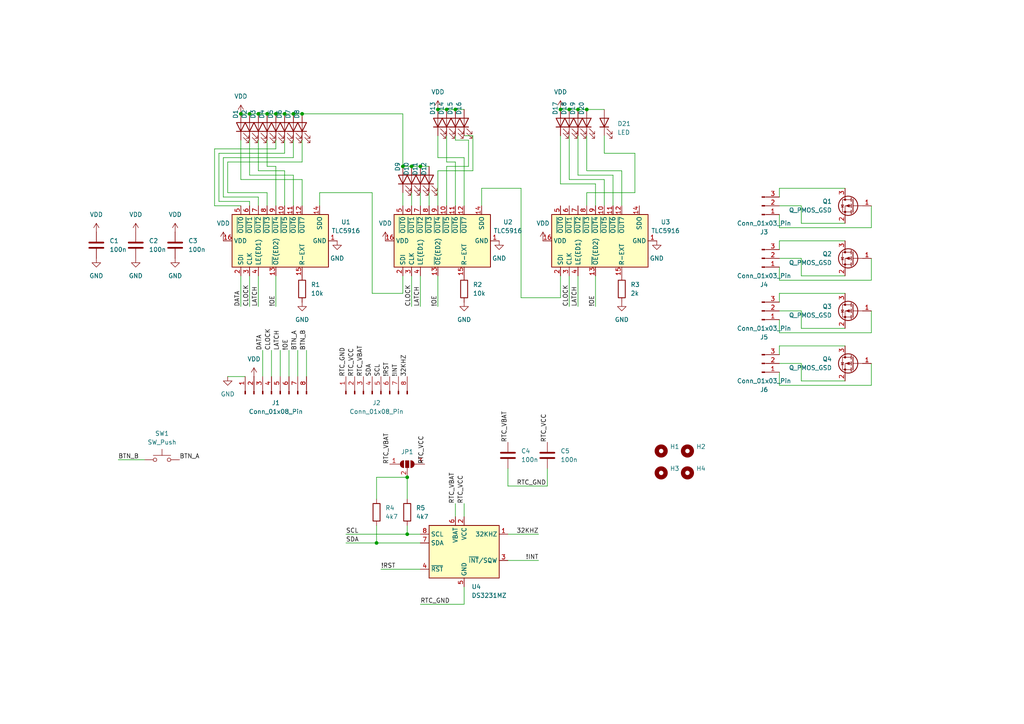
<source format=kicad_sch>
(kicad_sch (version 20250114) (generator "eeschema") (generator_version "9.0")
  (paper "A4")
  (lib_symbols
    (symbol "Connector:Conn_01x03_Pin" (pin_names (offset 1.016) (hide yes))
      (property "Reference" "J" (at 0 5.08 0))
      (property "Value" "Conn_01x03_Pin" (at 0 -5.08 0))
      (symbol "Conn_01x03_Pin_1_1"
        (rectangle (start 0.8636 2.667) (end 0 2.413) (stroke (width 0.1524)) (fill (type outline)))
        (rectangle (start 0.8636 0.127) (end 0 -0.127) (stroke (width 0.1524)) (fill (type outline)))
        (rectangle (start 0.8636 -2.413) (end 0 -2.667) (stroke (width 0.1524)) (fill (type outline)))
        (polyline (pts (xy 1.27 2.54) (xy 0.8636 2.54)) (stroke (width 0.1524)))
        (polyline (pts (xy 1.27 0) (xy 0.8636 0)) (stroke (width 0.1524)))
        (polyline (pts (xy 1.27 -2.54) (xy 0.8636 -2.54)) (stroke (width 0.1524)))
        (pin passive line (at 5.08 2.54 180) (length 3.81) (name "Pin_1") (number "1"))
        (pin passive line (at 5.08 0 180) (length 3.81) (name "Pin_2") (number "2"))
        (pin passive line (at 5.08 -2.54 180) (length 3.81) (name "Pin_3") (number "3"))
      )
    )
    (symbol "Connector:Conn_01x08_Pin" (pin_names (offset 1.016) (hide yes))
      (property "Reference" "J" (at 0 10.16 0))
      (property "Value" "Conn_01x08_Pin" (at 0 -12.7 0))
      (symbol "Conn_01x08_Pin_1_1"
        (rectangle (start 0.8636 7.747) (end 0 7.493) (stroke (width 0.1524)) (fill (type outline)))
        (rectangle (start 0.8636 5.207) (end 0 4.953) (stroke (width 0.1524)) (fill (type outline)))
        (rectangle (start 0.8636 2.667) (end 0 2.413) (stroke (width 0.1524)) (fill (type outline)))
        (rectangle (start 0.8636 0.127) (end 0 -0.127) (stroke (width 0.1524)) (fill (type outline)))
        (rectangle (start 0.8636 -2.413) (end 0 -2.667) (stroke (width 0.1524)) (fill (type outline)))
        (rectangle (start 0.8636 -4.953) (end 0 -5.207) (stroke (width 0.1524)) (fill (type outline)))
        (rectangle (start 0.8636 -7.493) (end 0 -7.747) (stroke (width 0.1524)) (fill (type outline)))
        (rectangle (start 0.8636 -10.033) (end 0 -10.287) (stroke (width 0.1524)) (fill (type outline)))
        (polyline (pts (xy 1.27 7.62) (xy 0.8636 7.62)) (stroke (width 0.1524)))
        (polyline (pts (xy 1.27 5.08) (xy 0.8636 5.08)) (stroke (width 0.1524)))
        (polyline (pts (xy 1.27 2.54) (xy 0.8636 2.54)) (stroke (width 0.1524)))
        (polyline (pts (xy 1.27 0) (xy 0.8636 0)) (stroke (width 0.1524)))
        (polyline (pts (xy 1.27 -2.54) (xy 0.8636 -2.54)) (stroke (width 0.1524)))
        (polyline (pts (xy 1.27 -5.08) (xy 0.8636 -5.08)) (stroke (width 0.1524)))
        (polyline (pts (xy 1.27 -7.62) (xy 0.8636 -7.62)) (stroke (width 0.1524)))
        (polyline (pts (xy 1.27 -10.16) (xy 0.8636 -10.16)) (stroke (width 0.1524)))
        (pin passive line (at 5.08 7.62 180) (length 3.81) (name "Pin_1") (number "1"))
        (pin passive line (at 5.08 5.08 180) (length 3.81) (name "Pin_2") (number "2"))
        (pin passive line (at 5.08 2.54 180) (length 3.81) (name "Pin_3") (number "3"))
        (pin passive line (at 5.08 0 180) (length 3.81) (name "Pin_4") (number "4"))
        (pin passive line (at 5.08 -2.54 180) (length 3.81) (name "Pin_5") (number "5"))
        (pin passive line (at 5.08 -5.08 180) (length 3.81) (name "Pin_6") (number "6"))
        (pin passive line (at 5.08 -7.62 180) (length 3.81) (name "Pin_7") (number "7"))
        (pin passive line (at 5.08 -10.16 180) (length 3.81) (name "Pin_8") (number "8"))
      )
    )
    (symbol "Device:C" (pin_numbers (hide yes)) (pin_names (offset 0.254))
      (property "Reference" "C" (at 0.635 2.54 0))
      (property "Value" "C" (at 0.635 -2.54 0))
      (symbol "C_0_1"
        (polyline (pts (xy -2.032 0.762) (xy 2.032 0.762)) (stroke (width 0.508)))
        (polyline (pts (xy -2.032 -0.762) (xy 2.032 -0.762)) (stroke (width 0.508)))
      )
      (symbol "C_1_1"
        (pin passive line (at 0 3.81 270) (length 2.794) (name "~") (number "1"))
        (pin passive line (at 0 -3.81 90) (length 2.794) (name "~") (number "2"))
      )
    )
    (symbol "Device:LED" (pin_numbers (hide yes)) (pin_names (offset 1.016) (hide yes))
      (property "Reference" "D" (at 0 2.54 0))
      (property "Value" "LED" (at 0 -2.54 0))
      (symbol "LED_0_1"
        (polyline (pts (xy -3.048 -0.762) (xy -4.572 -2.286) (xy -3.81 -2.286) (xy -4.572 -2.286) (xy -4.572 -1.524)))
        (polyline (pts (xy -1.778 -0.762) (xy -3.302 -2.286) (xy -2.54 -2.286) (xy -3.302 -2.286) (xy -3.302 -1.524)))
        (polyline (pts (xy -1.27 0) (xy 1.27 0)))
        (polyline (pts (xy -1.27 -1.27) (xy -1.27 1.27)) (stroke (width 0.254)))
        (polyline (pts (xy 1.27 -1.27) (xy 1.27 1.27) (xy -1.27 0) (xy 1.27 -1.27)) (stroke (width 0.254)))
      )
      (symbol "LED_1_1"
        (pin passive line (at -3.81 0 0) (length 2.54) (name "K") (number "1"))
        (pin passive line (at 3.81 0 180) (length 2.54) (name "A") (number "2"))
      )
    )
    (symbol "Device:R" (pin_numbers (hide yes)) (pin_names (offset 0))
      (property "Reference" "R" (at 2.032 0 90))
      (property "Value" "R" (at 0 0 90))
      (symbol "R_0_1"
        (rectangle (start -1.016 -2.54) (end 1.016 2.54) (stroke (width 0.254)))
      )
      (symbol "R_1_1"
        (pin passive line (at 0 3.81 270) (length 1.27) (name "~") (number "1"))
        (pin passive line (at 0 -3.81 90) (length 1.27) (name "~") (number "2"))
      )
    )
    (symbol "Driver_LED:TLC5916"
      (property "Reference" "U" (at -7.62 13.97 0))
      (property "Value" "TLC5916" (at -7.62 -16.51 0))
      (symbol "TLC5916_1_0"
        (pin input line (at -10.16 10.16 0) (length 2.54) (name "SDI") (number "2"))
        (pin input line (at -10.16 7.62 0) (length 2.54) (name "CLK") (number "3"))
        (pin passive line (at -10.16 5.08 0) (length 2.54) (name "LE(ED1)") (number "4"))
        (pin passive line (at -10.16 0 0) (length 2.54) (name "~{OE}(ED2)") (number "13"))
        (pin input line (at -10.16 -7.62 0) (length 2.54) (name "R-EXT") (number "15"))
        (pin power_in line (at 0 15.24 270) (length 2.54) (name "VDD") (number "16"))
        (pin power_in line (at 0 -17.78 90) (length 2.54) (name "GND") (number "1"))
        (pin open_collector line (at 10.16 10.16 180) (length 2.54) (name "~{OUT0}") (number "5"))
        (pin open_collector line (at 10.16 7.62 180) (length 2.54) (name "~{OUT1}") (number "6"))
        (pin open_collector line (at 10.16 5.08 180) (length 2.54) (name "~{OUT2}") (number "7"))
        (pin open_collector line (at 10.16 2.54 180) (length 2.54) (name "~{OUT3}") (number "8"))
        (pin open_collector line (at 10.16 0 180) (length 2.54) (name "~{OUT4}") (number "9"))
        (pin open_collector line (at 10.16 -2.54 180) (length 2.54) (name "~{OUT5}") (number "10"))
        (pin open_collector line (at 10.16 -5.08 180) (length 2.54) (name "~{OUT6}") (number "11"))
        (pin open_collector line (at 10.16 -7.62 180) (length 2.54) (name "~{OUT7}") (number "12"))
        (pin output line (at 10.16 -12.7 180) (length 2.54) (name "SDO") (number "14"))
      )
      (symbol "TLC5916_1_1"
        (rectangle (start -7.62 12.7) (end 7.62 -15.24) (stroke (width 0.254)) (fill (type background)))
      )
    )
    (symbol "Jumper:SolderJumper_3_Open" (pin_names (offset 0) (hide yes)) (in_bom no)
      (property "Reference" "JP" (at -2.54 -2.54 0))
      (property "Value" "SolderJumper_3_Open" (at 0 2.794 0))
      (symbol "SolderJumper_3_Open_0_1"
        (polyline (pts (xy -2.54 0) (xy -2.032 0)))
        (polyline (pts (xy -1.016 1.016) (xy -1.016 -1.016)))
        (arc (start -1.016 -1.016) (mid -2.0276 0) (end -1.016 1.016))
        (arc (start -1.016 -1.016) (mid -2.0276 0) (end -1.016 1.016) (fill (type outline)))
        (rectangle (start -0.508 1.016) (end 0.508 -1.016) (fill (type outline)))
        (polyline (pts (xy 0 -1.27) (xy 0 -1.016)))
        (arc (start 1.016 1.016) (mid 2.0276 0) (end 1.016 -1.016))
        (arc (start 1.016 1.016) (mid 2.0276 0) (end 1.016 -1.016) (fill (type outline)))
        (polyline (pts (xy 1.016 1.016) (xy 1.016 -1.016)))
        (polyline (pts (xy 2.54 0) (xy 2.032 0)))
      )
      (symbol "SolderJumper_3_Open_1_1"
        (pin passive line (at -5.08 0 0) (length 2.54) (name "A") (number "1"))
        (pin passive line (at 0 -3.81 90) (length 2.54) (name "C") (number "2"))
        (pin passive line (at 5.08 0 180) (length 2.54) (name "B") (number "3"))
      )
    )
    (symbol "Mechanical:MountingHole" (pin_names (offset 1.016)) (in_bom no)
      (property "Reference" "H" (at 0 5.08 0))
      (property "Value" "MountingHole" (at 0 3.175 0))
      (symbol "MountingHole_0_1"
        (circle (center 0 0) (radius 1.27) (stroke (width 1.27)))
      )
    )
    (symbol "Switch:SW_Push" (pin_numbers (hide yes)) (pin_names (offset 1.016) (hide yes))
      (property "Reference" "SW" (at 1.27 2.54 0))
      (property "Value" "SW_Push" (at 0 -1.524 0))
      (symbol "SW_Push_0_1"
        (circle (center -2.032 0) (radius 0.508))
        (polyline (pts (xy 0 1.27) (xy 0 3.048)))
        (circle (center 2.032 0) (radius 0.508))
        (polyline (pts (xy 2.54 1.27) (xy -2.54 1.27)))
        (pin passive line (at -5.08 0 0) (length 2.54) (name "1") (number "1"))
        (pin passive line (at 5.08 0 180) (length 2.54) (name "2") (number "2"))
      )
    )
    (symbol "Timer_RTC:DS3231MZ"
      (property "Reference" "U" (at -7.62 8.89 0))
      (property "Value" "DS3231MZ" (at 11.43 8.89 0))
      (symbol "DS3231MZ_0_1"
        (rectangle (start -10.16 7.62) (end 10.16 -7.62) (stroke (width 0.254)) (fill (type background)))
      )
      (symbol "DS3231MZ_1_1"
        (pin input line (at -12.7 5.08 0) (length 2.54) (name "SCL") (number "8"))
        (pin bidirectional line (at -12.7 2.54 0) (length 2.54) (name "SDA") (number "7"))
        (pin bidirectional line (at -12.7 -5.08 0) (length 2.54) (name "~{RST}") (number "4"))
        (pin power_in line (at -2.54 10.16 270) (length 2.54) (name "VBAT") (number "6"))
        (pin power_in line (at 0 10.16 270) (length 2.54) (name "VCC") (number "2"))
        (pin power_in line (at 0 -10.16 90) (length 2.54) (name "GND") (number "5"))
        (pin open_collector line (at 12.7 5.08 180) (length 2.54) (name "32KHZ") (number "1"))
        (pin open_collector line (at 12.7 -2.54 180) (length 2.54) (name "~{INT}/SQW") (number "3"))
      )
    )
    (symbol "Transistor_FET:Q_PMOS_GSD" (pin_names (offset 0) (hide yes))
      (property "Reference" "Q" (at 5.08 1.905 0))
      (property "Value" "Q_PMOS_GSD" (at 5.08 0 0))
      (symbol "Q_PMOS_GSD_0_1"
        (polyline (pts (xy 0.254 1.905) (xy 0.254 -1.905)) (stroke (width 0.254)))
        (polyline (pts (xy 0.254 0) (xy -2.54 0)))
        (polyline (pts (xy 0.762 2.286) (xy 0.762 1.27)) (stroke (width 0.254)))
        (polyline (pts (xy 0.762 1.778) (xy 3.302 1.778) (xy 3.302 -1.778) (xy 0.762 -1.778)))
        (polyline (pts (xy 0.762 0.508) (xy 0.762 -0.508)) (stroke (width 0.254)))
        (polyline (pts (xy 0.762 -1.27) (xy 0.762 -2.286)) (stroke (width 0.254)))
        (circle (center 1.651 0) (radius 2.794) (stroke (width 0.254)))
        (polyline (pts (xy 2.286 0) (xy 1.27 0.381) (xy 1.27 -0.381) (xy 2.286 0)) (fill (type outline)))
        (polyline (pts (xy 2.54 2.54) (xy 2.54 1.778)))
        (circle (center 2.54 1.778) (radius 0.254) (fill (type outline)))
        (circle (center 2.54 -1.778) (radius 0.254) (fill (type outline)))
        (polyline (pts (xy 2.54 -2.54) (xy 2.54 0) (xy 0.762 0)))
        (polyline (pts (xy 2.921 -0.381) (xy 3.683 -0.381)))
        (polyline (pts (xy 3.302 -0.381) (xy 2.921 0.254) (xy 3.683 0.254) (xy 3.302 -0.381)))
      )
      (symbol "Q_PMOS_GSD_1_1"
        (pin input line (at -5.08 0 0) (length 2.54) (name "G") (number "1"))
        (pin passive line (at 2.54 5.08 270) (length 2.54) (name "D") (number "3"))
        (pin passive line (at 2.54 -5.08 90) (length 2.54) (name "S") (number "2"))
      )
    )
    (symbol "power:GND" (power) (pin_numbers (hide yes)) (pin_names (offset 0) (hide yes))
      (property "Value" "GND" (at 0 -3.81 0))
      (symbol "GND_0_1"
        (polyline (pts (xy 0 0) (xy 0 -1.27) (xy 1.27 -1.27) (xy 0 -2.54) (xy -1.27 -1.27) (xy 0 -1.27)))
      )
      (symbol "GND_1_1"
        (pin power_in line (at 0 0 270) (length 0) (name "~") (number "1"))
      )
    )
    (symbol "power:VDD" (power) (pin_numbers (hide yes)) (pin_names (offset 0) (hide yes))
      (property "Value" "VDD" (at 0 3.556 0))
      (symbol "VDD_0_1"
        (polyline (pts (xy -0.762 1.27) (xy 0 2.54)))
        (polyline (pts (xy 0 2.54) (xy 0.762 1.27)))
        (polyline (pts (xy 0 0) (xy 0 2.54)))
      )
      (symbol "VDD_1_1"
        (pin power_in line (at 0 0 90) (length 0) (name "~") (number "1"))
      )
    )
  )
  (junction (at 72.39 33.02))
  (junction (at 77.47 33.02))
  (junction (at 162.56 31.75))
  (junction (at 167.64 31.75))
  (junction (at 85.09 33.02))
  (junction (at 132.08 31.75))
  (junction (at 69.85 33.02))
  (junction (at 170.18 31.75))
  (junction (at 118.11 138.43))
  (junction (at 129.54 31.75))
  (junction (at 74.93 33.02))
  (junction (at 82.55 33.02))
  (junction (at 165.1 31.75))
  (junction (at 109.22 157.48))
  (junction (at 116.84 48.26))
  (junction (at 87.63 33.02))
  (junction (at 121.92 48.26))
  (junction (at 118.11 154.94))
  (junction (at 80.01 33.02))
  (junction (at 119.38 48.26))
  (junction (at 127 31.75))
  (wire (pts (xy 135.89 40.64) (xy 132.08 40.64)))
  (wire (pts (xy 226.06 62.23) (xy 226.06 66.04)))
  (wire (pts (xy 77.47 59.69) (xy 77.47 55.88)))
  (wire (pts (xy 162.56 86.36) (xy 162.56 80.01)))
  (wire (pts (xy 77.47 55.88) (xy 66.04 55.88)))
  (wire (pts (xy 119.38 80.01) (xy 119.38 88.9)))
  (wire (pts (xy 245.11 54.61) (xy 226.06 54.61)))
  (wire (pts (xy 74.93 57.15) (xy 64.77 57.15)))
  (wire (pts (xy 172.72 53.34) (xy 172.72 59.69)))
  (wire (pts (xy 167.64 31.75) (xy 170.18 31.75)))
  (wire (pts (xy 77.47 33.02) (xy 74.93 33.02)))
  (wire (pts (xy 63.5 58.42) (xy 72.39 58.42)))
  (wire (pts (xy 165.1 80.01) (xy 165.1 88.9)))
  (wire (pts (xy 85.09 50.8) (xy 72.39 50.8)))
  (wire (pts (xy 180.34 49.53) (xy 180.34 59.69)))
  (wire (pts (xy 232.41 90.17) (xy 226.06 90.17)))
  (wire (pts (xy 66.04 109.22) (xy 71.12 109.22)))
  (wire (pts (xy 118.11 154.94) (xy 118.11 152.4)))
  (wire (pts (xy 72.39 33.02) (xy 69.85 33.02)))
  (wire (pts (xy 132.08 46.99) (xy 129.54 46.99)))
  (wire (pts (xy 170.18 59.69) (xy 170.18 55.88)))
  (wire (pts (xy 132.08 59.69) (xy 132.08 46.99)))
  (wire (pts (xy 184.15 55.88) (xy 184.15 44.45)))
  (wire (pts (xy 87.63 59.69) (xy 87.63 52.07)))
  (wire (pts (xy 110.49 165.1) (xy 121.92 165.1)))
  (wire (pts (xy 170.18 55.88) (xy 184.15 55.88)))
  (wire (pts (xy 80.01 80.01) (xy 80.01 88.9)))
  (wire (pts (xy 162.56 31.75) (xy 165.1 31.75)))
  (wire (pts (xy 80.01 43.18) (xy 62.23 43.18)))
  (wire (pts (xy 134.62 170.18) (xy 134.62 175.26)))
  (wire (pts (xy 226.06 92.71) (xy 226.06 96.52)))
  (wire (pts (xy 86.36 101.6) (xy 86.36 109.22)))
  (wire (pts (xy 121.92 55.88) (xy 121.92 59.69)))
  (wire (pts (xy 232.41 95.25) (xy 232.41 90.17)))
  (wire (pts (xy 175.26 44.45) (xy 175.26 39.37)))
  (wire (pts (xy 82.55 40.64) (xy 82.55 44.45)))
  (wire (pts (xy 119.38 55.88) (xy 119.38 59.69)))
  (wire (pts (xy 162.56 39.37) (xy 162.56 53.34)))
  (wire (pts (xy 167.64 39.37) (xy 167.64 50.8)))
  (wire (pts (xy 66.04 55.88) (xy 66.04 46.99)))
  (wire (pts (xy 116.84 33.02) (xy 87.63 33.02)))
  (wire (pts (xy 134.62 175.26) (xy 121.92 175.26)))
  (wire (pts (xy 88.9 101.6) (xy 88.9 109.22)))
  (wire (pts (xy 232.41 105.41) (xy 226.06 105.41)))
  (wire (pts (xy 82.55 49.53) (xy 74.93 49.53)))
  (wire (pts (xy 100.33 154.94) (xy 118.11 154.94)))
  (wire (pts (xy 80.01 48.26) (xy 77.47 48.26)))
  (wire (pts (xy 107.95 85.09) (xy 116.84 85.09)))
  (wire (pts (xy 172.72 80.01) (xy 172.72 88.9)))
  (wire (pts (xy 226.06 85.09) (xy 226.06 87.63)))
  (wire (pts (xy 81.28 101.6) (xy 81.28 109.22)))
  (wire (pts (xy 147.32 135.89) (xy 147.32 140.97)))
  (wire (pts (xy 62.23 43.18) (xy 62.23 59.69)))
  (wire (pts (xy 170.18 39.37) (xy 170.18 49.53)))
  (wire (pts (xy 119.38 48.26) (xy 116.84 48.26)))
  (wire (pts (xy 74.93 49.53) (xy 74.93 40.64)))
  (wire (pts (xy 64.77 57.15) (xy 64.77 45.72)))
  (wire (pts (xy 226.06 96.52) (xy 252.73 96.52)))
  (wire (pts (xy 226.06 69.85) (xy 226.06 72.39)))
  (wire (pts (xy 74.93 33.02) (xy 72.39 33.02)))
  (wire (pts (xy 175.26 52.07) (xy 165.1 52.07)))
  (wire (pts (xy 121.92 80.01) (xy 121.92 88.9)))
  (wire (pts (xy 165.1 52.07) (xy 165.1 39.37)))
  (wire (pts (xy 226.06 100.33) (xy 226.06 102.87)))
  (wire (pts (xy 116.84 85.09) (xy 116.84 80.01)))
  (wire (pts (xy 132.08 40.64) (xy 132.08 39.37)))
  (wire (pts (xy 252.73 81.28) (xy 252.73 74.93)))
  (wire (pts (xy 127 59.69) (xy 127 49.53)))
  (wire (pts (xy 151.13 54.61) (xy 151.13 86.36)))
  (wire (pts (xy 82.55 44.45) (xy 63.5 44.45)))
  (wire (pts (xy 137.16 39.37) (xy 134.62 39.37)))
  (wire (pts (xy 85.09 45.72) (xy 85.09 40.64)))
  (wire (pts (xy 132.08 31.75) (xy 134.62 31.75)))
  (wire (pts (xy 80.01 33.02) (xy 77.47 33.02)))
  (wire (pts (xy 77.47 48.26) (xy 77.47 40.64)))
  (wire (pts (xy 72.39 80.01) (xy 72.39 88.9)))
  (wire (pts (xy 245.11 95.25) (xy 232.41 95.25)))
  (wire (pts (xy 121.92 48.26) (xy 119.38 48.26)))
  (wire (pts (xy 147.32 140.97) (xy 158.75 140.97)))
  (wire (pts (xy 100.33 157.48) (xy 109.22 157.48)))
  (wire (pts (xy 66.04 46.99) (xy 87.63 46.99)))
  (wire (pts (xy 87.63 33.02) (xy 85.09 33.02)))
  (wire (pts (xy 74.93 80.01) (xy 74.93 88.9)))
  (wire (pts (xy 129.54 31.75) (xy 132.08 31.75)))
  (wire (pts (xy 62.23 59.69) (xy 69.85 59.69)))
  (wire (pts (xy 74.93 59.69) (xy 74.93 57.15)))
  (wire (pts (xy 107.95 55.88) (xy 107.95 85.09)))
  (wire (pts (xy 245.11 69.85) (xy 226.06 69.85)))
  (wire (pts (xy 177.8 50.8) (xy 177.8 59.69)))
  (wire (pts (xy 167.64 80.01) (xy 167.64 88.9)))
  (wire (pts (xy 137.16 49.53) (xy 137.16 39.37)))
  (wire (pts (xy 132.08 146.05) (xy 132.08 149.86)))
  (wire (pts (xy 87.63 52.07) (xy 69.85 52.07)))
  (wire (pts (xy 34.29 133.35) (xy 41.91 133.35)))
  (wire (pts (xy 165.1 31.75) (xy 167.64 31.75)))
  (wire (pts (xy 252.73 111.76) (xy 252.73 105.41)))
  (wire (pts (xy 232.41 74.93) (xy 226.06 74.93)))
  (wire (pts (xy 252.73 96.52) (xy 252.73 90.17)))
  (wire (pts (xy 109.22 157.48) (xy 109.22 152.4)))
  (wire (pts (xy 232.41 80.01) (xy 232.41 74.93)))
  (wire (pts (xy 124.46 48.26) (xy 121.92 48.26)))
  (wire (pts (xy 64.77 45.72) (xy 85.09 45.72)))
  (wire (pts (xy 129.54 48.26) (xy 135.89 48.26)))
  (wire (pts (xy 135.89 48.26) (xy 135.89 40.64)))
  (wire (pts (xy 116.84 55.88) (xy 116.84 59.69)))
  (wire (pts (xy 232.41 64.77) (xy 232.41 59.69)))
  (wire (pts (xy 147.32 154.94) (xy 156.21 154.94)))
  (wire (pts (xy 109.22 138.43) (xy 118.11 138.43)))
  (wire (pts (xy 72.39 50.8) (xy 72.39 40.64)))
  (wire (pts (xy 85.09 59.69) (xy 85.09 50.8)))
  (wire (pts (xy 134.62 146.05) (xy 134.62 149.86)))
  (wire (pts (xy 63.5 44.45) (xy 63.5 58.42)))
  (wire (pts (xy 82.55 59.69) (xy 82.55 49.53)))
  (wire (pts (xy 151.13 86.36) (xy 162.56 86.36)))
  (wire (pts (xy 124.46 55.88) (xy 124.46 59.69)))
  (wire (pts (xy 162.56 53.34) (xy 172.72 53.34)))
  (wire (pts (xy 121.92 157.48) (xy 109.22 157.48)))
  (wire (pts (xy 245.11 100.33) (xy 226.06 100.33)))
  (wire (pts (xy 116.84 48.26) (xy 116.84 33.02)))
  (wire (pts (xy 245.11 64.77) (xy 232.41 64.77)))
  (wire (pts (xy 226.06 77.47) (xy 226.06 81.28)))
  (wire (pts (xy 109.22 144.78) (xy 109.22 138.43)))
  (wire (pts (xy 92.71 55.88) (xy 107.95 55.88)))
  (wire (pts (xy 226.06 54.61) (xy 226.06 57.15)))
  (wire (pts (xy 78.74 101.6) (xy 78.74 109.22)))
  (wire (pts (xy 170.18 49.53) (xy 180.34 49.53)))
  (wire (pts (xy 226.06 107.95) (xy 226.06 111.76)))
  (wire (pts (xy 170.18 31.75) (xy 175.26 31.75)))
  (wire (pts (xy 129.54 59.69) (xy 129.54 48.26)))
  (wire (pts (xy 147.32 162.56) (xy 156.21 162.56)))
  (wire (pts (xy 80.01 59.69) (xy 80.01 48.26)))
  (wire (pts (xy 92.71 59.69) (xy 92.71 55.88)))
  (wire (pts (xy 69.85 52.07) (xy 69.85 40.64)))
  (wire (pts (xy 167.64 50.8) (xy 177.8 50.8)))
  (wire (pts (xy 158.75 140.97) (xy 158.75 135.89)))
  (wire (pts (xy 175.26 59.69) (xy 175.26 52.07)))
  (wire (pts (xy 134.62 59.69) (xy 134.62 45.72)))
  (wire (pts (xy 245.11 85.09) (xy 226.06 85.09)))
  (wire (pts (xy 76.2 101.6) (xy 76.2 109.22)))
  (wire (pts (xy 72.39 58.42) (xy 72.39 59.69)))
  (wire (pts (xy 85.09 33.02) (xy 82.55 33.02)))
  (wire (pts (xy 226.06 111.76) (xy 252.73 111.76)))
  (wire (pts (xy 127 80.01) (xy 127 88.9)))
  (wire (pts (xy 80.01 40.64) (xy 80.01 43.18)))
  (wire (pts (xy 252.73 66.04) (xy 252.73 59.69)))
  (wire (pts (xy 127 31.75) (xy 129.54 31.75)))
  (wire (pts (xy 121.92 154.94) (xy 118.11 154.94)))
  (wire (pts (xy 232.41 110.49) (xy 232.41 105.41)))
  (wire (pts (xy 232.41 59.69) (xy 226.06 59.69)))
  (wire (pts (xy 226.06 81.28) (xy 252.73 81.28)))
  (wire (pts (xy 139.7 54.61) (xy 151.13 54.61)))
  (wire (pts (xy 245.11 110.49) (xy 232.41 110.49)))
  (wire (pts (xy 83.82 101.6) (xy 83.82 109.22)))
  (wire (pts (xy 69.85 80.01) (xy 69.85 88.9)))
  (wire (pts (xy 127 49.53) (xy 137.16 49.53)))
  (wire (pts (xy 226.06 66.04) (xy 252.73 66.04)))
  (wire (pts (xy 184.15 44.45) (xy 175.26 44.45)))
  (wire (pts (xy 134.62 45.72) (xy 127 45.72)))
  (wire (pts (xy 127 45.72) (xy 127 39.37)))
  (wire (pts (xy 118.11 138.43) (xy 118.11 144.78)))
  (wire (pts (xy 139.7 59.69) (xy 139.7 54.61)))
  (wire (pts (xy 82.55 33.02) (xy 80.01 33.02)))
  (wire (pts (xy 245.11 80.01) (xy 232.41 80.01)))
  (wire (pts (xy 87.63 46.99) (xy 87.63 40.64)))
  (wire (pts (xy 129.54 46.99) (xy 129.54 39.37)))
  (label "BTN_A" (at 86.36 101.6 90))
  (label "32KHZ" (at 156.21 154.94 180))
  (label "RTC_VBAT" (at 105.41 109.22 90))
  (label "!OE" (at 80.01 88.9 90))
  (label "LATCH" (at 121.92 88.9 90))
  (label "RTC_VCC" (at 102.87 109.22 90))
  (label "32KHZ" (at 118.11 109.22 90))
  (label "!INT" (at 156.21 162.56 180))
  (label "CLOCK" (at 78.74 101.6 90))
  (label "CLOCK" (at 165.1 88.9 90))
  (label "BTN_B" (at 34.29 133.35 0))
  (label "!RST" (at 113.03 109.22 90))
  (label "DATA" (at 76.2 101.6 90))
  (label "RTC_VCC" (at 134.62 146.05 90))
  (label "CLOCK" (at 72.39 88.9 90))
  (label "RTC_VBAT" (at 132.08 146.05 90))
  (label "RTC_GND" (at 149.86 140.97 0))
  (label "RTC_VCC" (at 158.75 128.27 90))
  (label "CLOCK" (at 119.38 88.9 90))
  (label "!RST" (at 110.49 165.1 0))
  (label "LATCH" (at 74.93 88.9 90))
  (label "!INT" (at 115.57 109.22 90))
  (label "!OE" (at 172.72 88.9 90))
  (label "SDA" (at 107.95 109.22 90))
  (label "RTC_VCC" (at 123.19 134.62 90))
  (label "SCL" (at 110.49 109.22 90))
  (label "RTC_VBAT" (at 147.32 128.27 90))
  (label "!OE" (at 127 88.9 90))
  (label "RTC_GND" (at 121.92 175.26 0))
  (label "DATA" (at 69.85 88.9 90))
  (label "LATCH" (at 167.64 88.9 90))
  (label "LATCH" (at 81.28 101.6 90))
  (label "RTC_GND" (at 100.33 109.22 90))
  (label "BTN_A" (at 52.07 133.35 0))
  (label "SCL" (at 100.33 154.94 0))
  (label "SDA" (at 100.33 157.48 0))
  (label "!OE" (at 83.82 101.6 90))
  (label "BTN_B" (at 88.9 101.6 90))
  (label "RTC_VBAT" (at 113.03 134.62 90))
  (symbol (lib_id "Timer_RTC:DS3231MZ") (at 134.62 160.02 0) (unit 1)
    (property "Reference" "U4" (at 136.7633 170.18 0) (effects (justify left)))
    (property "Value" "DS3231MZ" (at 136.7633 172.72 0) (effects (justify left)))
    (property "Footprint" "Package_SO:SOIC-8_3.9x4.9mm_P1.27mm" (effects (hide yes)))
    (property "Datasheet" "http://datasheets.maximintegrated.com/en/ds/DS3231M.pdf" (effects (hide yes)))
    (property "Description" "±5ppm, I2C Real-Time Clock SOIC-8" (effects (hide yes)))
  )
  (symbol (lib_id "power:GND") (at 27.94 74.93 0) (unit 1)
    (property "Reference" "#PWR011" (effects (hide yes)))
    (property "Value" "GND" (at 27.94 80.01 0))
    (property "Description" "Power symbol creates a global label with name \"GND\" , ground" (effects (hide yes)))
  )
  (symbol (lib_id "Device:LED") (at 85.09 36.83 90) (unit 1)
    (property "Reference" "D7" (at 83.566 31.75 0) (effects (justify right)))
    (property "Value" "LED" (effects (hide yes)))
    (property "Footprint" "LED_SMD:LED_1206_3216Metric_Pad1.42x1.75mm_HandSolder" (effects (hide yes)))
    (property "Description" "Light emitting diode" (effects (hide yes)))
    (property "Sim.Pins" "1=K 2=A" (effects (hide yes)))
  )
  (symbol (lib_id "Device:C") (at 147.32 132.08 0) (unit 1)
    (property "Reference" "C4" (at 151.13 130.8099 0) (effects (justify left)))
    (property "Value" "100n" (at 151.13 133.3499 0) (effects (justify left)))
    (property "Footprint" "Capacitor_SMD:C_0603_1608Metric_Pad1.08x0.95mm_HandSolder" (effects (hide yes)))
    (property "Description" "Unpolarized capacitor" (effects (hide yes)))
  )
  (symbol (lib_id "Device:R") (at 87.63 83.82 0) (unit 1)
    (property "Reference" "R1" (at 90.17 82.5499 0) (effects (justify left)))
    (property "Value" "10k" (at 90.17 85.0899 0) (effects (justify left)))
    (property "Footprint" "Resistor_SMD:R_0603_1608Metric_Pad0.98x0.95mm_HandSolder" (effects (hide yes)))
    (property "Description" "Resistor" (effects (hide yes)))
  )
  (symbol (lib_id "Mechanical:MountingHole") (at 191.77 130.81 0) (unit 1) (in_bom no)
    (property "Reference" "H1" (at 194.31 129.5399 0) (effects (justify left)))
    (property "Value" "MountingHole" (effects (hide yes)))
    (property "Footprint" "MountingHole:MountingHole_3.2mm_M3_DIN965" (effects (hide yes)))
    (property "Description" "Mounting Hole without connection" (effects (hide yes)))
  )
  (symbol (lib_id "Device:C") (at 50.8 71.12 0) (unit 1)
    (property "Reference" "C3" (at 54.61 69.8499 0) (effects (justify left)))
    (property "Value" "100n" (at 54.61 72.3899 0) (effects (justify left)))
    (property "Footprint" "Capacitor_SMD:C_0603_1608Metric_Pad1.08x0.95mm_HandSolder" (effects (hide yes)))
    (property "Description" "Unpolarized capacitor" (effects (hide yes)))
  )
  (symbol (lib_id "Device:R") (at 109.22 148.59 0) (unit 1)
    (property "Reference" "R4" (at 111.76 147.3199 0) (effects (justify left)))
    (property "Value" "4k7" (at 111.76 149.8599 0) (effects (justify left)))
    (property "Footprint" "Resistor_SMD:R_0603_1608Metric_Pad0.98x0.95mm_HandSolder" (effects (hide yes)))
    (property "Description" "Resistor" (effects (hide yes)))
  )
  (symbol (lib_id "Driver_LED:TLC5916") (at 80.01 69.85 90) (unit 1)
    (property "Reference" "U1" (at 100.33 64.4046 90))
    (property "Value" "TLC5916" (at 100.33 66.9446 90))
    (property "Footprint" "Package_SO:TSSOP-16_4.4x5mm_P0.65mm" (effects (hide yes)))
    (property "Datasheet" "https://www.ti.com/lit/ds/symlink/tlc5916.pdf" (effects (hide yes)))
    (property "Description" "8-Channel Constant-Current LED Sink Driver" (effects (hide yes)))
  )
  (symbol (lib_id "power:GND") (at 190.5 69.85 0) (unit 1)
    (property "Reference" "#PWR06" (effects (hide yes)))
    (property "Value" "GND" (at 190.5 74.93 0))
    (property "Description" "Power symbol creates a global label with name \"GND\" , ground" (effects (hide yes)))
  )
  (symbol (lib_id "Switch:SW_Push") (at 46.99 133.35 0) (unit 1)
    (property "Reference" "SW1" (at 46.99 125.73 0))
    (property "Value" "SW_Push" (at 46.99 128.27 0))
    (property "Footprint" "Button_Switch_THT:SW_PUSH_6mm" (effects (hide yes)))
    (property "Description" "Push button switch, generic, two pins" (effects (hide yes)))
  )
  (symbol (lib_id "Device:R") (at 180.34 83.82 0) (unit 1)
    (property "Reference" "R3" (at 182.88 82.5499 0) (effects (justify left)))
    (property "Value" "2k" (at 182.88 85.0899 0) (effects (justify left)))
    (property "Footprint" "Resistor_SMD:R_0603_1608Metric_Pad0.98x0.95mm_HandSolder" (effects (hide yes)))
    (property "Description" "Resistor" (effects (hide yes)))
  )
  (symbol (lib_id "power:GND") (at 87.63 87.63 0) (unit 1)
    (property "Reference" "#PWR01" (effects (hide yes)))
    (property "Value" "GND" (at 87.63 92.71 0))
    (property "Description" "Power symbol creates a global label with name \"GND\" , ground" (effects (hide yes)))
  )
  (symbol (lib_id "Device:LED") (at 170.18 35.56 90) (unit 1)
    (property "Reference" "D20" (at 168.656 29.464 0) (effects (justify right)))
    (property "Value" "LED" (effects (hide yes)))
    (property "Footprint" "LED_THT:LED_D2.0mm_W4.0mm_H2.8mm_FlatTop" (effects (hide yes)))
    (property "Description" "Light emitting diode" (effects (hide yes)))
    (property "Sim.Pins" "1=K 2=A" (effects (hide yes)))
  )
  (symbol (lib_id "Jumper:SolderJumper_3_Open") (at 118.11 134.62 0) (unit 1) (in_bom no)
    (property "Reference" "JP1" (at 118.11 131.064 0))
    (property "Value" "SolderJumper_3_Open" (effects (hide yes)))
    (property "Footprint" "Jumper:SolderJumper-3_P2.0mm_Open_TrianglePad1.0x1.5mm" (effects (hide yes)))
    (property "Description" "Solder Jumper, 3-pole, open" (effects (hide yes)))
  )
  (symbol (lib_id "Transistor_FET:Q_PMOS_GSD") (at 247.65 105.41 0) (mirror y) (unit 1)
    (property "Reference" "Q4" (at 241.3 104.1399 0) (effects (justify left)))
    (property "Value" "Q_PMOS_GSD" (at 241.3 106.6799 0) (effects (justify left)))
    (property "Footprint" "Package_TO_SOT_SMD:SOT-23" (effects (hide yes)))
    (property "Description" "P-MOSFET transistor, gate/source/drain" (effects (hide yes)))
  )
  (symbol (lib_id "power:VDD") (at 27.94 67.31 0) (unit 1)
    (property "Reference" "#PWR010" (effects (hide yes)))
    (property "Value" "VDD" (at 27.94 62.23 0))
    (property "Description" "Power symbol creates a global label with name \"VDD\"" (effects (hide yes)))
  )
  (symbol (lib_id "Device:LED") (at 74.93 36.83 90) (unit 1)
    (property "Reference" "D3" (at 73.406 31.75 0) (effects (justify right)))
    (property "Value" "LED" (effects (hide yes)))
    (property "Footprint" "LED_SMD:LED_1206_3216Metric_Pad1.42x1.75mm_HandSolder" (effects (hide yes)))
    (property "Description" "Light emitting diode" (effects (hide yes)))
    (property "Sim.Pins" "1=K 2=A" (effects (hide yes)))
  )
  (symbol (lib_id "power:GND") (at 144.78 69.85 0) (unit 1)
    (property "Reference" "#PWR04" (effects (hide yes)))
    (property "Value" "GND" (at 144.78 74.93 0))
    (property "Description" "Power symbol creates a global label with name \"GND\" , ground" (effects (hide yes)))
  )
  (symbol (lib_id "Device:C") (at 27.94 71.12 0) (unit 1)
    (property "Reference" "C1" (at 31.75 69.8499 0) (effects (justify left)))
    (property "Value" "100n" (at 31.75 72.3899 0) (effects (justify left)))
    (property "Footprint" "Capacitor_SMD:C_0603_1608Metric_Pad1.08x0.95mm_HandSolder" (effects (hide yes)))
    (property "Description" "Unpolarized capacitor" (effects (hide yes)))
  )
  (symbol (lib_id "Driver_LED:TLC5916") (at 127 69.85 90) (unit 1)
    (property "Reference" "U2" (at 147.32 64.4046 90))
    (property "Value" "TLC5916" (at 147.32 66.9446 90))
    (property "Footprint" "Package_SO:TSSOP-16_4.4x5mm_P0.65mm" (effects (hide yes)))
    (property "Datasheet" "https://www.ti.com/lit/ds/symlink/tlc5916.pdf" (effects (hide yes)))
    (property "Description" "8-Channel Constant-Current LED Sink Driver" (effects (hide yes)))
  )
  (symbol (lib_id "Device:LED") (at 162.56 35.56 90) (unit 1)
    (property "Reference" "D17" (at 161.036 29.464 0) (effects (justify right)))
    (property "Value" "LED" (effects (hide yes)))
    (property "Footprint" "LED_THT:LED_D2.0mm_W4.0mm_H2.8mm_FlatTop" (effects (hide yes)))
    (property "Description" "Light emitting diode" (effects (hide yes)))
    (property "Sim.Pins" "1=K 2=A" (effects (hide yes)))
  )
  (symbol (lib_id "Device:LED") (at 69.85 36.83 90) (unit 1)
    (property "Reference" "D1" (at 68.326 31.75 0) (effects (justify right)))
    (property "Value" "LED" (effects (hide yes)))
    (property "Footprint" "LED_SMD:LED_1206_3216Metric_Pad1.42x1.75mm_HandSolder" (effects (hide yes)))
    (property "Description" "Light emitting diode" (effects (hide yes)))
    (property "Sim.Pins" "1=K 2=A" (effects (hide yes)))
  )
  (symbol (lib_id "power:GND") (at 180.34 87.63 0) (unit 1)
    (property "Reference" "#PWR05" (effects (hide yes)))
    (property "Value" "GND" (at 180.34 92.71 0))
    (property "Description" "Power symbol creates a global label with name \"GND\" , ground" (effects (hide yes)))
  )
  (symbol (lib_id "Device:C") (at 158.75 132.08 0) (unit 1)
    (property "Reference" "C5" (at 162.56 130.8099 0) (effects (justify left)))
    (property "Value" "100n" (at 162.56 133.3499 0) (effects (justify left)))
    (property "Footprint" "Capacitor_SMD:C_0603_1608Metric_Pad1.08x0.95mm_HandSolder" (effects (hide yes)))
    (property "Description" "Unpolarized capacitor" (effects (hide yes)))
  )
  (symbol (lib_id "Device:LED") (at 119.38 52.07 90) (unit 1)
    (property "Reference" "D10" (at 117.856 46.99 0) (effects (justify right)))
    (property "Value" "LED" (effects (hide yes)))
    (property "Footprint" "LED_SMD:LED_1206_3216Metric_Pad1.42x1.75mm_HandSolder" (effects (hide yes)))
    (property "Description" "Light emitting diode" (effects (hide yes)))
    (property "Sim.Pins" "1=K 2=A" (effects (hide yes)))
  )
  (symbol (lib_id "Mechanical:MountingHole") (at 191.77 137.16 0) (unit 1) (in_bom no)
    (property "Reference" "H3" (at 194.31 135.8899 0) (effects (justify left)))
    (property "Value" "MountingHole" (effects (hide yes)))
    (property "Footprint" "MountingHole:MountingHole_3.2mm_M3_DIN965" (effects (hide yes)))
    (property "Description" "Mounting Hole without connection" (effects (hide yes)))
  )
  (symbol (lib_id "Device:LED") (at 80.01 36.83 90) (unit 1)
    (property "Reference" "D5" (at 78.486 31.75 0) (effects (justify right)))
    (property "Value" "LED" (effects (hide yes)))
    (property "Footprint" "LED_SMD:LED_1206_3216Metric_Pad1.42x1.75mm_HandSolder" (effects (hide yes)))
    (property "Description" "Light emitting diode" (effects (hide yes)))
    (property "Sim.Pins" "1=K 2=A" (effects (hide yes)))
  )
  (symbol (lib_id "Device:LED") (at 116.84 52.07 90) (unit 1)
    (property "Reference" "D9" (at 115.316 46.99 0) (effects (justify right)))
    (property "Value" "LED" (effects (hide yes)))
    (property "Footprint" "LED_SMD:LED_1206_3216Metric_Pad1.42x1.75mm_HandSolder" (effects (hide yes)))
    (property "Description" "Light emitting diode" (effects (hide yes)))
    (property "Sim.Pins" "1=K 2=A" (effects (hide yes)))
  )
  (symbol (lib_id "Device:LED") (at 167.64 35.56 90) (unit 1)
    (property "Reference" "D19" (at 166.116 29.464 0) (effects (justify right)))
    (property "Value" "LED" (effects (hide yes)))
    (property "Footprint" "LED_THT:LED_D2.0mm_W4.0mm_H2.8mm_FlatTop" (effects (hide yes)))
    (property "Description" "Light emitting diode" (effects (hide yes)))
    (property "Sim.Pins" "1=K 2=A" (effects (hide yes)))
  )
  (symbol (lib_id "Device:LED") (at 165.1 35.56 90) (unit 1)
    (property "Reference" "D18" (at 163.576 29.464 0) (effects (justify right)))
    (property "Value" "LED" (effects (hide yes)))
    (property "Footprint" "LED_THT:LED_D2.0mm_W4.0mm_H2.8mm_FlatTop" (effects (hide yes)))
    (property "Description" "Light emitting diode" (effects (hide yes)))
    (property "Sim.Pins" "1=K 2=A" (effects (hide yes)))
  )
  (symbol (lib_id "power:VDD") (at 50.8 67.31 0) (unit 1)
    (property "Reference" "#PWR014" (effects (hide yes)))
    (property "Value" "VDD" (at 50.8 62.23 0))
    (property "Description" "Power symbol creates a global label with name \"VDD\"" (effects (hide yes)))
  )
  (symbol (lib_id "Driver_LED:TLC5916") (at 172.72 69.85 90) (unit 1)
    (property "Reference" "U3" (at 193.04 64.4046 90))
    (property "Value" "TLC5916" (at 193.04 66.9446 90))
    (property "Footprint" "Package_SO:TSSOP-16_4.4x5mm_P0.65mm" (effects (hide yes)))
    (property "Datasheet" "https://www.ti.com/lit/ds/symlink/tlc5916.pdf" (effects (hide yes)))
    (property "Description" "8-Channel Constant-Current LED Sink Driver" (effects (hide yes)))
  )
  (symbol (lib_id "power:GND") (at 50.8 74.93 0) (unit 1)
    (property "Reference" "#PWR015" (effects (hide yes)))
    (property "Value" "GND" (at 50.8 80.01 0))
    (property "Description" "Power symbol creates a global label with name \"GND\" , ground" (effects (hide yes)))
  )
  (symbol (lib_id "Device:LED") (at 129.54 35.56 90) (unit 1)
    (property "Reference" "D14" (at 128.016 29.464 0) (effects (justify right)))
    (property "Value" "LED" (effects (hide yes)))
    (property "Footprint" "LED_THT:LED_D5.0mm" (effects (hide yes)))
    (property "Description" "Light emitting diode" (effects (hide yes)))
    (property "Sim.Pins" "1=K 2=A" (effects (hide yes)))
  )
  (symbol (lib_id "Device:LED") (at 82.55 36.83 90) (unit 1)
    (property "Reference" "D6" (at 81.026 31.75 0) (effects (justify right)))
    (property "Value" "LED" (effects (hide yes)))
    (property "Footprint" "LED_SMD:LED_1206_3216Metric_Pad1.42x1.75mm_HandSolder" (effects (hide yes)))
    (property "Description" "Light emitting diode" (effects (hide yes)))
    (property "Sim.Pins" "1=K 2=A" (effects (hide yes)))
  )
  (symbol (lib_id "Transistor_FET:Q_PMOS_GSD") (at 247.65 74.93 0) (mirror y) (unit 1)
    (property "Reference" "Q2" (at 241.3 73.6599 0) (effects (justify left)))
    (property "Value" "Q_PMOS_GSD" (at 241.3 76.1999 0) (effects (justify left)))
    (property "Footprint" "Package_TO_SOT_SMD:SOT-23" (effects (hide yes)))
    (property "Description" "P-MOSFET transistor, gate/source/drain" (effects (hide yes)))
  )
  (symbol (lib_id "Connector:Conn_01x03_Pin") (at 220.98 74.93 0) (mirror x) (unit 1)
    (property "Reference" "J4" (at 221.615 82.55 0))
    (property "Value" "Conn_01x03_Pin" (at 221.615 80.01 0))
    (property "Footprint" "Connector_PinHeader_2.54mm:PinHeader_1x03_P2.54mm_Vertical" (effects (hide yes)))
    (property "Description" "Generic connector, single row, 01x03, script generated" (effects (hide yes)))
  )
  (symbol (lib_id "power:GND") (at 134.62 87.63 0) (unit 1)
    (property "Reference" "#PWR03" (effects (hide yes)))
    (property "Value" "GND" (at 134.62 92.71 0))
    (property "Description" "Power symbol creates a global label with name \"GND\" , ground" (effects (hide yes)))
  )
  (symbol (lib_id "Transistor_FET:Q_PMOS_GSD") (at 247.65 90.17 0) (mirror y) (unit 1)
    (property "Reference" "Q3" (at 241.3 88.8999 0) (effects (justify left)))
    (property "Value" "Q_PMOS_GSD" (at 241.3 91.4399 0) (effects (justify left)))
    (property "Footprint" "Package_TO_SOT_SMD:SOT-23" (effects (hide yes)))
    (property "Description" "P-MOSFET transistor, gate/source/drain" (effects (hide yes)))
  )
  (symbol (lib_id "power:VDD") (at 69.85 33.02 0) (unit 1)
    (property "Reference" "#PWR018" (effects (hide yes)))
    (property "Value" "VDD" (at 69.85 27.94 0))
    (property "Description" "Power symbol creates a global label with name \"VDD\"" (effects (hide yes)))
  )
  (symbol (lib_id "power:VDD") (at 64.77 69.85 0) (unit 1)
    (property "Reference" "#PWR07" (effects (hide yes)))
    (property "Value" "VDD" (at 64.77 64.77 0))
    (property "Description" "Power symbol creates a global label with name \"VDD\"" (effects (hide yes)))
  )
  (symbol (lib_id "power:VDD") (at 111.76 69.85 0) (unit 1)
    (property "Reference" "#PWR08" (effects (hide yes)))
    (property "Value" "VDD" (at 111.76 64.77 0))
    (property "Description" "Power symbol creates a global label with name \"VDD\"" (effects (hide yes)))
  )
  (symbol (lib_id "power:VDD") (at 73.66 109.22 0) (unit 1)
    (property "Reference" "#PWR016" (effects (hide yes)))
    (property "Value" "VDD" (at 73.66 104.14 0))
    (property "Description" "Power symbol creates a global label with name \"VDD\"" (effects (hide yes)))
  )
  (symbol (lib_id "Mechanical:MountingHole") (at 199.39 130.81 0) (unit 1) (in_bom no)
    (property "Reference" "H2" (at 201.93 129.5399 0) (effects (justify left)))
    (property "Value" "MountingHole" (effects (hide yes)))
    (property "Footprint" "MountingHole:MountingHole_3.2mm_M3_DIN965" (effects (hide yes)))
    (property "Description" "Mounting Hole without connection" (effects (hide yes)))
  )
  (symbol (lib_id "Device:LED") (at 127 35.56 90) (unit 1)
    (property "Reference" "D13" (at 125.476 29.464 0) (effects (justify right)))
    (property "Value" "LED" (effects (hide yes)))
    (property "Footprint" "LED_THT:LED_D5.0mm" (effects (hide yes)))
    (property "Description" "Light emitting diode" (effects (hide yes)))
    (property "Sim.Pins" "1=K 2=A" (effects (hide yes)))
  )
  (symbol (lib_id "power:VDD") (at 162.56 31.75 0) (unit 1)
    (property "Reference" "#PWR020" (effects (hide yes)))
    (property "Value" "VDD" (at 162.56 26.67 0))
    (property "Description" "Power symbol creates a global label with name \"VDD\"" (effects (hide yes)))
  )
  (symbol (lib_id "Device:LED") (at 87.63 36.83 90) (unit 1)
    (property "Reference" "D8" (at 86.106 31.75 0) (effects (justify right)))
    (property "Value" "LED" (effects (hide yes)))
    (property "Footprint" "LED_SMD:LED_1206_3216Metric_Pad1.42x1.75mm_HandSolder" (effects (hide yes)))
    (property "Description" "Light emitting diode" (effects (hide yes)))
    (property "Sim.Pins" "1=K 2=A" (effects (hide yes)))
  )
  (symbol (lib_id "Device:R") (at 134.62 83.82 0) (unit 1)
    (property "Reference" "R2" (at 137.16 82.5499 0) (effects (justify left)))
    (property "Value" "10k" (at 137.16 85.0899 0) (effects (justify left)))
    (property "Footprint" "Resistor_SMD:R_0603_1608Metric_Pad0.98x0.95mm_HandSolder" (effects (hide yes)))
    (property "Description" "Resistor" (effects (hide yes)))
  )
  (symbol (lib_id "Device:LED") (at 72.39 36.83 90) (unit 1)
    (property "Reference" "D2" (at 70.866 31.75 0) (effects (justify right)))
    (property "Value" "LED" (effects (hide yes)))
    (property "Footprint" "LED_SMD:LED_1206_3216Metric_Pad1.42x1.75mm_HandSolder" (effects (hide yes)))
    (property "Description" "Light emitting diode" (effects (hide yes)))
    (property "Sim.Pins" "1=K 2=A" (effects (hide yes)))
  )
  (symbol (lib_id "power:GND") (at 66.04 109.22 0) (unit 1)
    (property "Reference" "#PWR017" (effects (hide yes)))
    (property "Value" "GND" (at 66.04 114.3 0))
    (property "Description" "Power symbol creates a global label with name \"GND\" , ground" (effects (hide yes)))
  )
  (symbol (lib_id "Device:LED") (at 77.47 36.83 90) (unit 1)
    (property "Reference" "D4" (at 75.946 31.75 0) (effects (justify right)))
    (property "Value" "LED" (effects (hide yes)))
    (property "Footprint" "LED_SMD:LED_1206_3216Metric_Pad1.42x1.75mm_HandSolder" (effects (hide yes)))
    (property "Description" "Light emitting diode" (effects (hide yes)))
    (property "Sim.Pins" "1=K 2=A" (effects (hide yes)))
  )
  (symbol (lib_id "Device:LED") (at 134.62 35.56 90) (unit 1)
    (property "Reference" "D16" (at 133.096 29.464 0) (effects (justify right)))
    (property "Value" "LED" (effects (hide yes)))
    (property "Footprint" "LED_THT:LED_D5.0mm" (effects (hide yes)))
    (property "Description" "Light emitting diode" (effects (hide yes)))
    (property "Sim.Pins" "1=K 2=A" (effects (hide yes)))
  )
  (symbol (lib_id "Connector:Conn_01x03_Pin") (at 220.98 105.41 0) (mirror x) (unit 1)
    (property "Reference" "J6" (at 221.615 113.03 0))
    (property "Value" "Conn_01x03_Pin" (at 221.615 110.49 0))
    (property "Footprint" "Connector_PinHeader_2.54mm:PinHeader_1x03_P2.54mm_Vertical" (effects (hide yes)))
    (property "Description" "Generic connector, single row, 01x03, script generated" (effects (hide yes)))
  )
  (symbol (lib_id "Device:LED") (at 175.26 35.56 90) (unit 1)
    (property "Reference" "D21" (at 179.07 35.8774 90) (effects (justify right)))
    (property "Value" "LED" (at 179.07 38.4174 90) (effects (justify right)))
    (property "Footprint" "LED_THT:LED_D3.0mm" (effects (hide yes)))
    (property "Description" "Light emitting diode" (effects (hide yes)))
    (property "Sim.Pins" "1=K 2=A" (effects (hide yes)))
  )
  (symbol (lib_id "power:GND") (at 39.37 74.93 0) (unit 1)
    (property "Reference" "#PWR013" (effects (hide yes)))
    (property "Value" "GND" (at 39.37 80.01 0))
    (property "Description" "Power symbol creates a global label with name \"GND\" , ground" (effects (hide yes)))
  )
  (symbol (lib_id "Device:C") (at 39.37 71.12 0) (unit 1)
    (property "Reference" "C2" (at 43.18 69.8499 0) (effects (justify left)))
    (property "Value" "100n" (at 43.18 72.3899 0) (effects (justify left)))
    (property "Footprint" "Capacitor_SMD:C_0603_1608Metric_Pad1.08x0.95mm_HandSolder" (effects (hide yes)))
    (property "Description" "Unpolarized capacitor" (effects (hide yes)))
  )
  (symbol (lib_id "Device:LED") (at 124.46 52.07 90) (unit 1)
    (property "Reference" "D12" (at 122.936 46.99 0) (effects (justify right)))
    (property "Value" "LED" (effects (hide yes)))
    (property "Footprint" "LED_SMD:LED_1206_3216Metric_Pad1.42x1.75mm_HandSolder" (effects (hide yes)))
    (property "Description" "Light emitting diode" (effects (hide yes)))
    (property "Sim.Pins" "1=K 2=A" (effects (hide yes)))
  )
  (symbol (lib_id "Device:LED") (at 132.08 35.56 90) (unit 1)
    (property "Reference" "D15" (at 130.556 29.464 0) (effects (justify right)))
    (property "Value" "LED" (effects (hide yes)))
    (property "Footprint" "LED_THT:LED_D5.0mm" (effects (hide yes)))
    (property "Description" "Light emitting diode" (effects (hide yes)))
    (property "Sim.Pins" "1=K 2=A" (effects (hide yes)))
  )
  (symbol (lib_id "power:GND") (at 97.79 69.85 0) (unit 1)
    (property "Reference" "#PWR02" (effects (hide yes)))
    (property "Value" "GND" (at 97.79 74.93 0))
    (property "Description" "Power symbol creates a global label with name \"GND\" , ground" (effects (hide yes)))
  )
  (symbol (lib_id "Transistor_FET:Q_PMOS_GSD") (at 247.65 59.69 0) (mirror y) (unit 1)
    (property "Reference" "Q1" (at 241.3 58.4199 0) (effects (justify left)))
    (property "Value" "Q_PMOS_GSD" (at 241.3 60.9599 0) (effects (justify left)))
    (property "Footprint" "Package_TO_SOT_SMD:SOT-23" (effects (hide yes)))
    (property "Description" "P-MOSFET transistor, gate/source/drain" (effects (hide yes)))
  )
  (symbol (lib_id "power:VDD") (at 39.37 67.31 0) (unit 1)
    (property "Reference" "#PWR012" (effects (hide yes)))
    (property "Value" "VDD" (at 39.37 62.23 0))
    (property "Description" "Power symbol creates a global label with name \"VDD\"" (effects (hide yes)))
  )
  (symbol (lib_id "Connector:Conn_01x03_Pin") (at 220.98 90.17 0) (mirror x) (unit 1)
    (property "Reference" "J5" (at 221.615 97.79 0))
    (property "Value" "Conn_01x03_Pin" (at 221.615 95.25 0))
    (property "Footprint" "Connector_PinHeader_2.54mm:PinHeader_1x03_P2.54mm_Vertical" (effects (hide yes)))
    (property "Description" "Generic connector, single row, 01x03, script generated" (effects (hide yes)))
  )
  (symbol (lib_id "power:VDD") (at 127 31.75 0) (unit 1)
    (property "Reference" "#PWR019" (effects (hide yes)))
    (property "Value" "VDD" (at 127 26.67 0))
    (property "Description" "Power symbol creates a global label with name \"VDD\"" (effects (hide yes)))
  )
  (symbol (lib_id "Mechanical:MountingHole") (at 199.39 137.16 0) (unit 1) (in_bom no)
    (property "Reference" "H4" (at 201.93 135.8899 0) (effects (justify left)))
    (property "Value" "MountingHole" (effects (hide yes)))
    (property "Footprint" "MountingHole:MountingHole_3.2mm_M3_DIN965" (effects (hide yes)))
    (property "Description" "Mounting Hole without connection" (effects (hide yes)))
  )
  (symbol (lib_id "Device:LED") (at 121.92 52.07 90) (unit 1)
    (property "Reference" "D11" (at 120.396 46.99 0) (effects (justify right)))
    (property "Value" "LED" (effects (hide yes)))
    (property "Footprint" "LED_SMD:LED_1206_3216Metric_Pad1.42x1.75mm_HandSolder" (effects (hide yes)))
    (property "Description" "Light emitting diode" (effects (hide yes)))
    (property "Sim.Pins" "1=K 2=A" (effects (hide yes)))
  )
  (symbol (lib_id "Device:R") (at 118.11 148.59 0) (unit 1)
    (property "Reference" "R5" (at 120.65 147.3199 0) (effects (justify left)))
    (property "Value" "4k7" (at 120.65 149.8599 0) (effects (justify left)))
    (property "Footprint" "Resistor_SMD:R_0603_1608Metric_Pad0.98x0.95mm_HandSolder" (effects (hide yes)))
    (property "Description" "Resistor" (effects (hide yes)))
  )
  (symbol (lib_id "power:VDD") (at 157.48 69.85 0) (unit 1)
    (property "Reference" "#PWR09" (effects (hide yes)))
    (property "Value" "VDD" (at 157.48 64.77 0))
    (property "Description" "Power symbol creates a global label with name \"VDD\"" (effects (hide yes)))
  )
  (symbol (lib_id "Connector:Conn_01x03_Pin") (at 220.98 59.69 0) (mirror x) (unit 1)
    (property "Reference" "J3" (at 221.615 67.31 0))
    (property "Value" "Conn_01x03_Pin" (at 221.615 64.77 0))
    (property "Footprint" "Connector_PinHeader_2.54mm:PinHeader_1x03_P2.54mm_Vertical" (effects (hide yes)))
    (property "Description" "Generic connector, single row, 01x03, script generated" (effects (hide yes)))
  )
  (symbol (lib_id "Connector:Conn_01x08_Pin") (at 107.95 114.3 90) (unit 1)
    (property "Reference" "J2" (at 109.22 116.84 90))
    (property "Value" "Conn_01x08_Pin" (at 109.22 119.38 90))
    (property "Footprint" "Connector_PinHeader_2.54mm:PinHeader_1x08_P2.54mm_Vertical" (effects (hide yes)))
    (property "Description" "Generic connector, single row, 01x08, script generated" (effects (hide yes)))
  )
  (symbol (lib_id "Connector:Conn_01x08_Pin") (at 78.74 114.3 90) (unit 1)
    (property "Reference" "J1" (at 80.01 116.84 90))
    (property "Value" "Conn_01x08_Pin" (at 80.01 119.38 90))
    (property "Footprint" "Connector_PinHeader_2.54mm:PinHeader_1x08_P2.54mm_Vertical" (effects (hide yes)))
    (property "Description" "Generic connector, single row, 01x08, script generated" (effects (hide yes)))
  )
)
</source>
